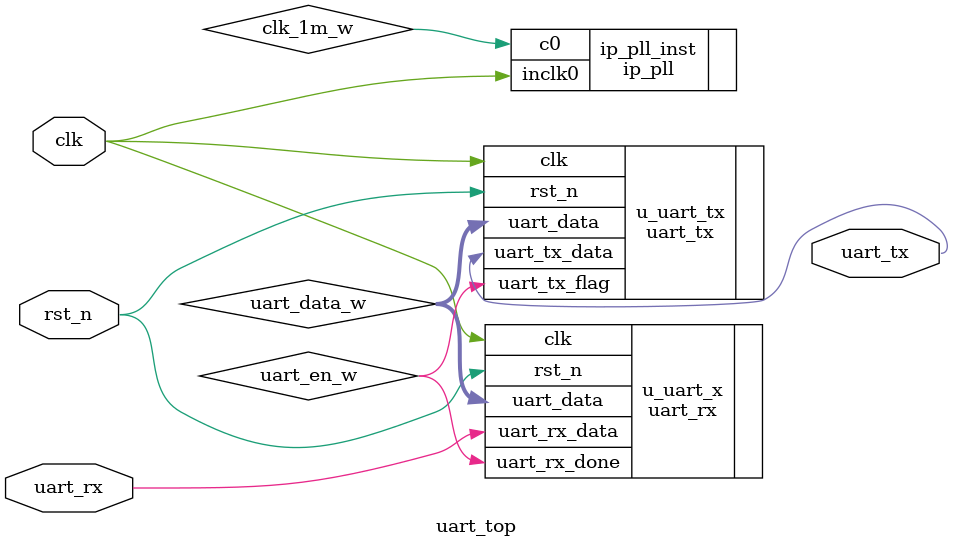
<source format=v>
module uart_top(

  input clk,
  input rst_n,
  
  input  uart_rx,
  
  output uart_tx
   
);

parameter CLK_FREQ = 50000000;
parameter UART_BPS = 115200;


wire         uart_en_w;
wire [7 : 0] uart_data_w;
wire         clk_1m_w;

ip_pll	ip_pll_inst (
	.inclk0 ( clk ),
	.c0 ( clk_1m_w )
	);



uart_rx #(                          //串口接收模块
    .CLK_FREQ       (CLK_FREQ),       //设置系统时钟频率
    .UART_BPS       (UART_BPS))       //设置串口接收波特率
u_uart_x(                 
    .clk        (clk), 
    .rst_n      (rst_n),
    
    .uart_rx_data       (uart_rx),
    .uart_rx_done       (uart_en_w),
    .uart_data          (uart_data_w)
    );
uart_tx  #(
    .CLK_FREQ  (CLK_FREQ),
    .UART_BPS  (UART_BPS))
 u_uart_tx(
    .clk          (clk),
    .rst_n        (rst_n),

    .uart_tx_flag (uart_en_w),
    .uart_data    (uart_data_w),
    .uart_tx_data (uart_tx)
);


endmodule
</source>
